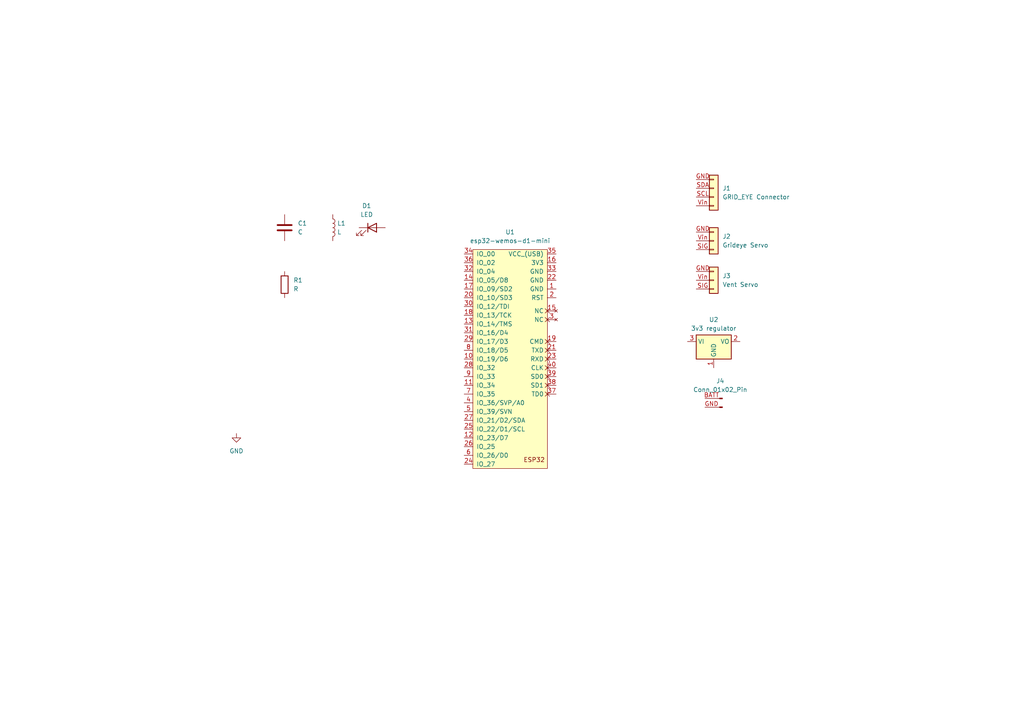
<source format=kicad_sch>
(kicad_sch (version 20231120) (generator "eeschema") (generator_version "8.0")
  (paper "A4")
  (lib_symbols
    (symbol "Conn_01x02_Pin_1" (pin_names (offset 1.016) hide)
      (property "Reference" "J4" (at 0.635 5.08 0))
      (property "Value" "Conn_01x02_Pin" (at 0.635 2.54 0))
      (symbol "Conn_01x02_Pin_1_1_1"
        (polyline (pts (xy 1.27 -2.54) (xy 0.8636 -2.54)) (stroke (width 0.1524)))
        (polyline (pts (xy 1.27 0) (xy 0.8636 0)) (stroke (width 0.1524)))
        (rectangle (start 0.8636 -2.413) (end 0 -2.667) (stroke (width 0.1524)) (fill (type outline)))
        (rectangle (start 0.8636 0.127) (end 0 -0.127) (stroke (width 0.1524)) (fill (type outline)))
        (pin power_out line (at 5.08 0 180) (length 3.81) (name "BATT") (number "BATT"))
        (pin passive line (at 5.08 -2.54 180) (length 3.81) (name "GND") (number "GND"))
      )
    )
    (symbol "Conn_01x03_1" (pin_names (offset 1.016) hide)
      (property "Reference" "J2" (at 2.54 1.27 0))
      (property "Value" "Grideye Servo" (at 2.54 -1.27 0))
      (symbol "Conn_01x03_1_1_1"
        (rectangle (start -1.27 -2.413) (end 0 -2.667) (stroke (width 0.1524)))
        (rectangle (start -1.27 0.127) (end 0 -0.127) (stroke (width 0.1524)))
        (rectangle (start -1.27 2.667) (end 0 2.413) (stroke (width 0.1524)))
        (rectangle (start -1.27 3.81) (end 1.27 -3.81) (stroke (width 0.254)) (fill (type background)))
        (pin passive line (at -5.08 2.54 0) (length 3.81) (name "GND") (number "GND"))
        (pin input line (at -5.08 -2.54 0) (length 3.81) (name "SIG") (number "SIG"))
        (pin power_in line (at -5.08 0 0) (length 3.81) (name "Vin") (number "Vin"))
      )
    )
    (symbol "Connector_Generic:Conn_01x03" (pin_names (offset 1.016) hide)
      (property "Reference" "J3" (at 2.54 1.27 0))
      (property "Value" "Vent Servo" (at 2.54 -1.27 0))
      (symbol "Conn_01x03_1_1"
        (rectangle (start -1.27 -2.413) (end 0 -2.667) (stroke (width 0.1524)))
        (rectangle (start -1.27 0.127) (end 0 -0.127) (stroke (width 0.1524)))
        (rectangle (start -1.27 2.667) (end 0 2.413) (stroke (width 0.1524)))
        (rectangle (start -1.27 3.81) (end 1.27 -3.81) (stroke (width 0.254)) (fill (type background)))
        (pin passive line (at -5.08 2.54 0) (length 3.81) (name "GND") (number "GND"))
        (pin input line (at -5.08 -2.54 0) (length 3.81) (name "SIG") (number "SIG"))
        (pin power_in line (at -5.08 0 0) (length 3.81) (name "Vin") (number "Vin"))
      )
    )
    (symbol "Connector_Generic:Conn_01x04" (pin_names (offset 1.016) hide)
      (property "Reference" "J1" (at 2.54 0 0))
      (property "Value" "GRID_EYE Connector" (at 2.54 -2.54 0))
      (symbol "Conn_01x04_1_1"
        (rectangle (start -1.27 -4.953) (end 0 -5.207) (stroke (width 0.1524)))
        (rectangle (start -1.27 -2.413) (end 0 -2.667) (stroke (width 0.1524)))
        (rectangle (start -1.27 0.127) (end 0 -0.127) (stroke (width 0.1524)))
        (rectangle (start -1.27 2.667) (end 0 2.413) (stroke (width 0.1524)))
        (rectangle (start -1.27 3.81) (end 1.27 -6.35) (stroke (width 0.254)) (fill (type background)))
        (pin passive line (at -5.08 2.54 0) (length 3.81) (name "GND") (number "GND"))
        (pin bidirectional line (at -5.08 -2.54 0) (length 3.81) (name "SCL") (number "SCL"))
        (pin bidirectional line (at -5.08 0 0) (length 3.81) (name "SDA") (number "SDA"))
        (pin power_in line (at -5.08 -5.08 0) (length 3.81) (name "Vin") (number "Vin"))
      )
    )
    (symbol "Device:C" (pin_numbers hide) (pin_names (offset 0.254))
      (property "Reference" "C" (at 0.635 2.54 0))
      (property "Value" "C" (at 0.635 -2.54 0))
      (symbol "C_0_1"
        (polyline (pts (xy -2.032 -0.762) (xy 2.032 -0.762)) (stroke (width 0.508)))
        (polyline (pts (xy -2.032 0.762) (xy 2.032 0.762)) (stroke (width 0.508)))
      )
      (symbol "C_1_1"
        (pin passive line (at 0 3.81 270) (length 2.794) (name "~") (number "1"))
        (pin passive line (at 0 -3.81 90) (length 2.794) (name "~") (number "2"))
      )
    )
    (symbol "Device:L" (pin_numbers hide) (pin_names (offset 1.016) hide)
      (property "Reference" "L" (at -1.27 0 90))
      (property "Value" "L" (at 1.905 0 90))
      (symbol "L_0_1"
        (arc (start 0 -2.54) (mid 0.6323 -1.905) (end 0 -1.27))
        (arc (start 0 -1.27) (mid 0.6323 -0.635) (end 0 0))
        (arc (start 0 0) (mid 0.6323 0.635) (end 0 1.27))
        (arc (start 0 1.27) (mid 0.6323 1.905) (end 0 2.54))
      )
      (symbol "L_1_1"
        (pin passive line (at 0 3.81 270) (length 1.27) (name "1") (number "1"))
        (pin passive line (at 0 -3.81 90) (length 1.27) (name "2") (number "2"))
      )
    )
    (symbol "Device:LED" (pin_numbers hide) (pin_names (offset 1.016) hide)
      (property "Reference" "D" (at 0 2.54 0))
      (property "Value" "LED" (at 0 -2.54 0))
      (symbol "LED_0_1"
        (polyline (pts (xy -1.27 -1.27) (xy -1.27 1.27)) (stroke (width 0.254)))
        (polyline (pts (xy -1.27 0) (xy 1.27 0)))
        (polyline (pts (xy 1.27 -1.27) (xy 1.27 1.27) (xy -1.27 0) (xy 1.27 -1.27)) (stroke (width 0.254)))
        (polyline (pts (xy -3.048 -0.762) (xy -4.572 -2.286) (xy -3.81 -2.286) (xy -4.572 -2.286) (xy -4.572 -1.524)))
        (polyline (pts (xy -1.778 -0.762) (xy -3.302 -2.286) (xy -2.54 -2.286) (xy -3.302 -2.286) (xy -3.302 -1.524)))
      )
      (symbol "LED_1_1"
        (pin passive line (at -3.81 0 0) (length 2.54) (name "K") (number "1"))
        (pin passive line (at 3.81 0 180) (length 2.54) (name "A") (number "2"))
      )
    )
    (symbol "Device:R" (pin_numbers hide) (pin_names (offset 0))
      (property "Reference" "R" (at 2.032 0 90))
      (property "Value" "R" (at 0 0 90))
      (symbol "R_0_1"
        (rectangle (start -1.016 -2.54) (end 1.016 2.54) (stroke (width 0.254)))
      )
      (symbol "R_1_1"
        (pin passive line (at 0 3.81 270) (length 1.27) (name "~") (number "1"))
        (pin passive line (at 0 -3.81 90) (length 1.27) (name "~") (number "2"))
      )
    )
    (symbol "Regulator_Linear:LD1117S33TR_SOT223"
      (property "Reference" "U" (at -3.81 3.175 0))
      (property "Value" "LD1117S33TR_SOT223" (at 0 3.175 0))
      (symbol "LD1117S33TR_SOT223_0_1"
        (rectangle (start -5.08 -5.08) (end 5.08 1.905) (stroke (width 0.254)) (fill (type background)))
      )
      (symbol "LD1117S33TR_SOT223_1_1"
        (pin power_in line (at 0 -7.62 90) (length 2.54) (name "GND") (number "1"))
        (pin power_out line (at 7.62 0 180) (length 2.54) (name "VO") (number "2"))
        (pin power_in line (at -7.62 0 0) (length 2.54) (name "VI") (number "3"))
      )
    )
    (symbol "esp32-wemos-d1-mini:esp32-wemos-d1-mini" (pin_names (offset 1.016))
      (property "Reference" "U" (at -7.62 -50.8 0))
      (property "Value" "esp32-wemos-d1-mini" (at 5.08 -59.69 0))
      (symbol "esp32-wemos-d1-mini_0_0"
        (text "ESP32" (at 7.62 -62.23 0) (effects (font (size 1.27 1.27))))
        (pin power_in line (at 13.97 -12.7 180) (length 2.54) (name "GND") (number "1"))
        (pin input line (at 13.97 -15.24 180) (length 2.54) (name "RST") (number "2"))
        (pin no_connect non_logic (at 13.97 -21.59 180) (length 2.54) (name "NC") (number "3"))
        (pin bidirectional line (at -12.7 -45.72 0) (length 2.54) (name "IO_36/SVP/A0") (number "4"))
        (pin bidirectional line (at -12.7 -48.26 0) (length 2.54) (name "IO_39/SVN") (number "5"))
      )
      (symbol "esp32-wemos-d1-mini_0_1"
        (rectangle (start -10.16 -1.27) (end 11.43 -64.77) (fill (type background)))
      )
      (symbol "esp32-wemos-d1-mini_1_1"
        (pin bidirectional line (at -12.7 -33.02 0) (length 2.54) (name "IO_19/D6") (number "10"))
        (pin bidirectional line (at -12.7 -40.64 0) (length 2.54) (name "IO_34") (number "11"))
        (pin bidirectional line (at -12.7 -55.88 0) (length 2.54) (name "IO_23/D7") (number "12"))
        (pin bidirectional line (at -12.7 -22.86 0) (length 2.54) (name "IO_14/TMS") (number "13"))
        (pin bidirectional line (at -12.7 -10.16 0) (length 2.54) (name "IO_05/D8") (number "14"))
        (pin no_connect non_logic (at 13.97 -19.05 180) (length 2.54) (name "NC") (number "15"))
        (pin power_in line (at 13.97 -5.08 180) (length 2.54) (name "3V3") (number "16"))
        (pin bidirectional line (at -12.7 -12.7 0) (length 2.54) (name "IO_09/SD2") (number "17"))
        (pin bidirectional line (at -12.7 -20.32 0) (length 2.54) (name "IO_13/TCK") (number "18"))
        (pin passive non_logic (at 13.97 -27.94 180) (length 2.54) (name "CMD") (number "19"))
        (pin bidirectional line (at -12.7 -15.24 0) (length 2.54) (name "IO_10/SD3") (number "20"))
        (pin passive non_logic (at 13.97 -30.48 180) (length 2.54) (name "TXD") (number "21"))
        (pin power_in line (at 13.97 -10.16 180) (length 2.54) (name "GND") (number "22"))
        (pin passive non_logic (at 13.97 -33.02 180) (length 2.54) (name "RXD") (number "23"))
        (pin bidirectional line (at -12.7 -63.5 0) (length 2.54) (name "IO_27") (number "24"))
        (pin bidirectional line (at -12.7 -53.34 0) (length 2.54) (name "IO_22/D1/SCL") (number "25"))
        (pin bidirectional line (at -12.7 -58.42 0) (length 2.54) (name "IO_25") (number "26"))
        (pin bidirectional line (at -12.7 -50.8 0) (length 2.54) (name "IO_21/D2/SDA") (number "27"))
        (pin bidirectional line (at -12.7 -35.56 0) (length 2.54) (name "IO_32") (number "28"))
        (pin bidirectional line (at -12.7 -27.94 0) (length 2.54) (name "IO_17/D3") (number "29"))
        (pin bidirectional line (at -12.7 -17.78 0) (length 2.54) (name "IO_12/TDI") (number "30"))
        (pin bidirectional line (at -12.7 -25.4 0) (length 2.54) (name "IO_16/D4") (number "31"))
        (pin bidirectional line (at -12.7 -7.62 0) (length 2.54) (name "IO_04") (number "32"))
        (pin power_in line (at 13.97 -7.62 180) (length 2.54) (name "GND") (number "33"))
        (pin bidirectional line (at -12.7 -2.54 0) (length 2.54) (name "IO_00") (number "34"))
        (pin power_in line (at 13.97 -2.54 180) (length 2.54) (name "VCC_(USB)") (number "35"))
        (pin bidirectional line (at -12.7 -5.08 0) (length 2.54) (name "IO_02") (number "36"))
        (pin passive non_logic (at 13.97 -43.18 180) (length 2.54) (name "TD0") (number "37"))
        (pin passive non_logic (at 13.97 -40.64 180) (length 2.54) (name "SD1") (number "38"))
        (pin passive non_logic (at 13.97 -38.1 180) (length 2.54) (name "SD0") (number "39"))
        (pin passive non_logic (at 13.97 -35.56 180) (length 2.54) (name "CLK") (number "40"))
        (pin bidirectional line (at -12.7 -60.96 0) (length 2.54) (name "IO_26/D0") (number "6"))
        (pin bidirectional line (at -12.7 -43.18 0) (length 2.54) (name "IO_35") (number "7"))
        (pin bidirectional line (at -12.7 -30.48 0) (length 2.54) (name "IO_18/D5") (number "8"))
        (pin bidirectional line (at -12.7 -38.1 0) (length 2.54) (name "IO_33") (number "9"))
      )
    )
    (symbol "power:GND" (power) (pin_names (offset 0))
      (property "Value" "GND" (at 0 -3.81 0))
      (symbol "GND_0_1"
        (polyline (pts (xy 0 0) (xy 0 -1.27) (xy 1.27 -1.27) (xy 0 -2.54) (xy -1.27 -1.27) (xy 0 -1.27)))
      )
      (symbol "GND_1_1"
        (pin power_in line (at 0 0 270) (length 0) hide (name "GND") (number "1"))
      )
    )
  )
  (symbol (lib_id "Device:R") (at 82.55 82.55 0) (unit 1)
    (property "Reference" "R1" (at 85.09 81.2799 0) (effects (justify left)))
    (property "Value" "R" (at 85.09 83.8199 0) (effects (justify left)))
    (property "Description" "Resistor" (effects (hide yes)))
  )
  (symbol (lib_id "Connector_Generic:Conn_01x03") (at 207.01 81.28 0) (unit 1)
    (property "Reference" "J3" (at 209.55 80.01 0) (effects (justify left)))
    (property "Value" "Vent Servo" (at 209.55 82.55 0) (effects (justify left)))
    (property "Footprint" "Connector_PinHeader_2.54mm:PinHeader_1x03_P2.54mm_Vertical" (effects (hide yes)))
  )
  (symbol (lib_name "Conn_01x02_Pin_1") (lib_id "Connector:Conn_01x02_Pin") (at 209.55 115.57 0) (mirror y) (unit 1)
    (property "Reference" "J4" (at 208.915 110.49 0))
    (property "Value" "Conn_01x02_Pin" (at 208.915 113.03 0))
    (property "Footprint" "Connector_PinSocket_2.54mm:PinSocket_1x02_P2.54mm_Vertical" (effects (hide yes)))
    (property "Description" "Generic connector, single row, 01x02, script generated" (effects (hide yes)))
  )
  (symbol (lib_id "Device:LED") (at 107.95 66.04 0) (unit 1)
    (property "Reference" "D1" (at 106.3625 59.69 0))
    (property "Value" "LED" (at 106.3625 62.23 0))
    (property "Description" "Light emitting diode" (effects (hide yes)))
  )
  (symbol (lib_name "Conn_01x03_1") (lib_id "Connector_Generic:Conn_01x03") (at 207.01 69.85 0) (unit 1)
    (property "Reference" "J2" (at 209.55 68.58 0) (effects (justify left)))
    (property "Value" "Grideye Servo" (at 209.55 71.12 0) (effects (justify left)))
    (property "Footprint" "Connector_PinHeader_2.54mm:PinHeader_1x03_P2.54mm_Vertical" (effects (hide yes)))
  )
  (symbol (lib_id "power:GND") (at 68.58 125.73 0) (unit 1)
    (property "Reference" "#PWR01" (effects (hide yes)))
    (property "Value" "GND" (at 68.58 130.81 0))
  )
  (symbol (lib_id "Device:C") (at 82.55 66.04 0) (unit 1)
    (property "Reference" "C1" (at 86.36 64.7699 0) (effects (justify left)))
    (property "Value" "C" (at 86.36 67.3099 0) (effects (justify left)))
    (property "Description" "Unpolarized capacitor" (effects (hide yes)))
  )
  (symbol (lib_id "Regulator_Linear:LD1117S33TR_SOT223") (at 207.01 99.06 0) (unit 1)
    (property "Reference" "U2" (at 207.01 92.71 0))
    (property "Value" "3v3 regulator" (at 207.01 95.25 0))
    (property "Footprint" "Package_TO_SOT_THT:TO-220-3_Vertical" (effects (hide yes)))
    (property "Datasheet" "http://www.st.com/st-web-ui/static/active/en/resource/technical/document/datasheet/CD00000544.pdf" (effects (hide yes)))
    (property "Description" "800mA Fixed Low Drop Positive Voltage Regulator, Fixed Output 3.3V, SOT-223" (effects (hide yes)))
  )
  (symbol (lib_id "Connector_Generic:Conn_01x04") (at 207.01 54.61 0) (unit 1)
    (property "Reference" "J1" (at 209.55 54.61 0) (effects (justify left)))
    (property "Value" "GRID_EYE Connector" (at 209.55 57.15 0) (effects (justify left)))
    (property "Footprint" "Connector_Wire:SolderWire-0.5sqmm_1x04_P4.6mm_D0.9mm_OD2.1mm" (effects (hide yes)))
  )
  (symbol (lib_id "esp32-wemos-d1-mini:esp32-wemos-d1-mini") (at 147.32 71.12 0) (unit 1)
    (property "Reference" "U1" (at 147.955 67.31 0))
    (property "Value" "esp32-wemos-d1-mini" (at 147.955 69.85 0))
    (property "Footprint" "esp32:esp32-wemos-d1-mini" (effects (hide yes)))
  )
  (symbol (lib_id "Device:L") (at 96.52 66.04 0) (unit 1)
    (property "Reference" "L1" (at 97.79 64.7699 0) (effects (justify left)))
    (property "Value" "L" (at 97.79 67.3099 0) (effects (justify left)))
    (property "Description" "Inductor" (effects (hide yes)))
  )
)
</source>
